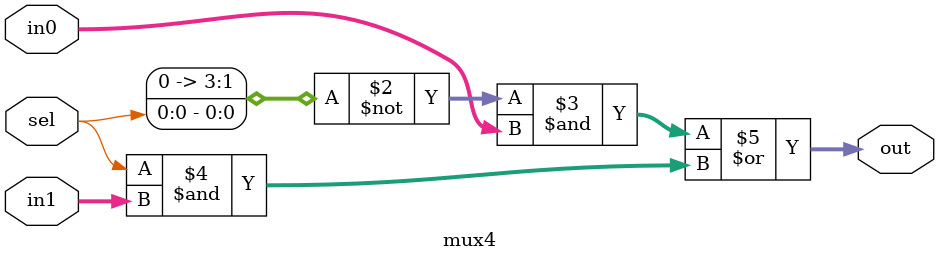
<source format=v>
`timescale 1ns / 1ps

module mux4(
              input [3:0] in0,
              input [3:0] in1,
              input sel,
              output [3:0] out
           );
  assign out=(~sel&in0)|(sel&in1);
endmodule

</source>
